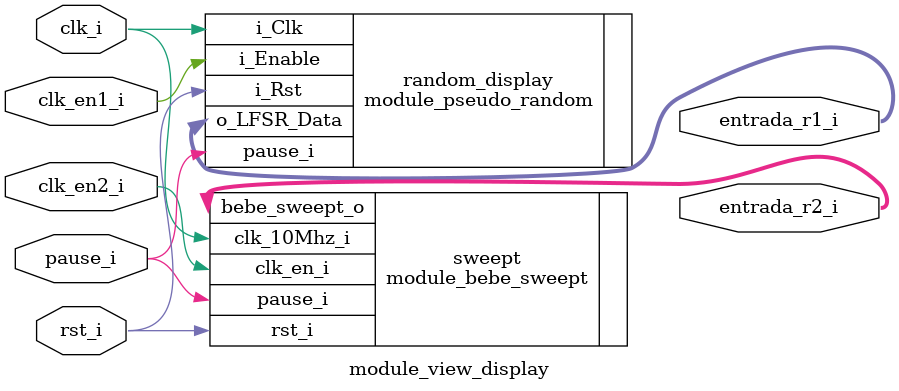
<source format=sv>
`timescale 1ns / 1ps


module module_view_display(
        input   logic                   clk_i,
                                        rst_i,
                                        clk_en1_i,
                                        clk_en2_i,
                                        pause_i,
        output  logic   [31 : 0]        entrada_r1_i,
                                        entrada_r2_i
    );
    
    //parametros
    parameter                   NUM_BITS = 32;
    
    
    //modulo generador de numeros
    module_pseudo_random #(.NUM_BITS (NUM_BITS)) random_display(
        .i_Clk                  (clk_i),
        .i_Rst                  (rst_i),
        .i_Enable               (clk_en1_i),
        .pause_i                (pause_i),
        .o_LFSR_Data            (entrada_r1_i)
    );
    
    //contador en forma de bebe
    module_bebe_sweept sweept(
    
        .clk_10Mhz_i            (clk_i),    
        .clk_en_i               (clk_en2_i),
        .rst_i                  (rst_i),
        .pause_i                (pause_i),                     
        .bebe_sweept_o          (entrada_r2_i)
    
    );
    
endmodule

</source>
